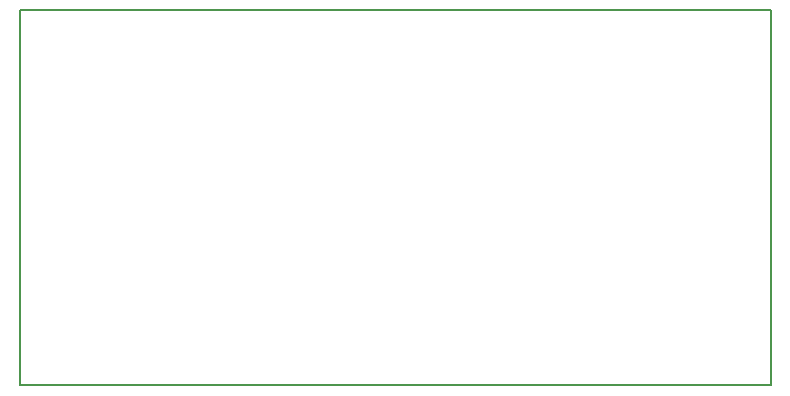
<source format=gm1>
G04 MADE WITH FRITZING*
G04 WWW.FRITZING.ORG*
G04 DOUBLE SIDED*
G04 HOLES PLATED*
G04 CONTOUR ON CENTER OF CONTOUR VECTOR*
%ASAXBY*%
%FSLAX23Y23*%
%MOIN*%
%OFA0B0*%
%SFA1.0B1.0*%
%ADD10R,2.509690X1.258780*%
%ADD11C,0.008000*%
%ADD10C,0.008*%
%LNCONTOUR*%
G90*
G70*
G54D10*
G54D11*
X4Y1255D02*
X2506Y1255D01*
X2506Y4D01*
X4Y4D01*
X4Y1255D01*
D02*
G04 End of contour*
M02*
</source>
